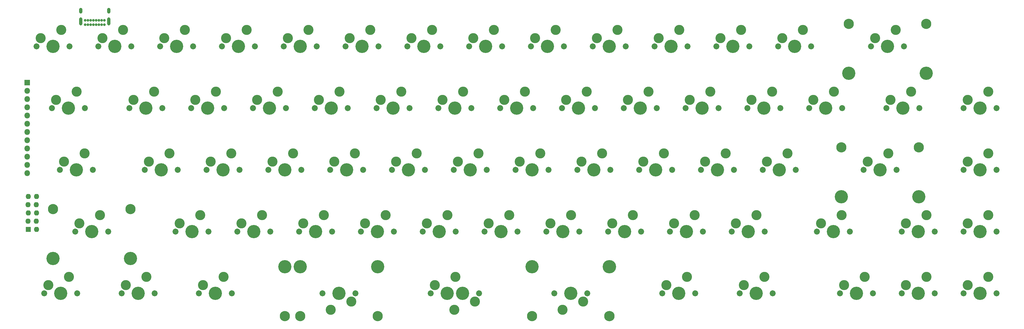
<source format=gbr>
%TF.GenerationSoftware,KiCad,Pcbnew,(5.1.4)-1*%
%TF.CreationDate,2020-06-13T02:43:16-04:00*%
%TF.ProjectId,sixtyfive,73697874-7966-4697-9665-2e6b69636164,rev?*%
%TF.SameCoordinates,Original*%
%TF.FileFunction,Soldermask,Top*%
%TF.FilePolarity,Negative*%
%FSLAX46Y46*%
G04 Gerber Fmt 4.6, Leading zero omitted, Abs format (unit mm)*
G04 Created by KiCad (PCBNEW (5.1.4)-1) date 2020-06-13 02:43:16*
%MOMM*%
%LPD*%
G04 APERTURE LIST*
%ADD10C,4.087800*%
%ADD11C,3.148000*%
%ADD12C,1.850000*%
%ADD13C,3.100000*%
%ADD14O,1.624000X1.624000*%
%ADD15R,1.624000X1.624000*%
%ADD16O,1.000000X1.800000*%
%ADD17O,1.000000X2.500000*%
%ADD18C,0.800000*%
%ADD19R,1.800000X1.800000*%
%ADD20O,1.800000X1.800000*%
G04 APERTURE END LIST*
D10*
%TO.C,MX68*%
X448068700Y-318852550D03*
X424192700Y-318852550D03*
D11*
X448068700Y-334092550D03*
X424192700Y-334092550D03*
D12*
X431050700Y-327107550D03*
X441210700Y-327107550D03*
D13*
X439940700Y-329647550D03*
D10*
X436130700Y-327107550D03*
D13*
X433590700Y-332187550D03*
%TD*%
D10*
%TO.C,MX67*%
X376631200Y-318852550D03*
X352755200Y-318852550D03*
D11*
X376631200Y-334092550D03*
X352755200Y-334092550D03*
D12*
X359613200Y-327107550D03*
X369773200Y-327107550D03*
D13*
X368503200Y-329647550D03*
D10*
X364693200Y-327107550D03*
D13*
X362153200Y-332187550D03*
%TD*%
D10*
%TO.C,MX60*%
X348030800Y-318852550D03*
X448030600Y-318852550D03*
D11*
X348030800Y-334092550D03*
X448030600Y-334092550D03*
D12*
X403110700Y-327107550D03*
X392950700Y-327107550D03*
D13*
X394220700Y-324567550D03*
D10*
X398030700Y-327107550D03*
D13*
X400570700Y-322027550D03*
%TD*%
D14*
%TO.C,J2*%
X268986000Y-297154600D03*
X271526000Y-297154600D03*
X268859000Y-299694600D03*
X271399000Y-299694600D03*
X271526000Y-302234600D03*
X271399000Y-304774600D03*
X271526000Y-307314600D03*
D15*
X268986000Y-307314600D03*
D14*
X268859000Y-304774600D03*
X268986000Y-302234600D03*
%TD*%
D12*
%TO.C,MX54*%
X522173200Y-308057550D03*
X512013200Y-308057550D03*
D13*
X513283200Y-305517550D03*
D10*
X517093200Y-308057550D03*
D13*
X519633200Y-302977550D03*
%TD*%
D12*
%TO.C,MX8*%
X415016950Y-250907550D03*
X404856950Y-250907550D03*
D13*
X406126950Y-248367550D03*
D10*
X409936950Y-250907550D03*
D13*
X412476950Y-245827550D03*
%TD*%
D12*
%TO.C,MX15*%
X286429450Y-269957550D03*
X276269450Y-269957550D03*
D13*
X277539450Y-267417550D03*
D10*
X281349450Y-269957550D03*
D13*
X283889450Y-264877550D03*
%TD*%
D12*
%TO.C,MX69*%
X397713200Y-327107550D03*
X407873200Y-327107550D03*
D13*
X406603200Y-329647550D03*
D10*
X402793200Y-327107550D03*
D13*
X400253200Y-332187550D03*
%TD*%
D16*
%TO.C,USB1*%
X285117500Y-239835600D03*
X293767500Y-239835600D03*
D17*
X285117500Y-243215600D03*
X293767500Y-243215600D03*
D18*
X289017500Y-242845600D03*
X286467500Y-242845600D03*
X287317500Y-242845600D03*
X288167500Y-242845600D03*
X292417500Y-242845600D03*
X290717500Y-242845600D03*
X289867500Y-242845600D03*
X291567500Y-242845600D03*
X286467500Y-244195600D03*
X287317500Y-244195600D03*
X288167500Y-244195600D03*
X289017500Y-244195600D03*
X289867500Y-244195600D03*
X290717500Y-244195600D03*
X291567500Y-244195600D03*
X292417500Y-244195600D03*
%TD*%
D12*
%TO.C,MX66*%
X567416950Y-289007550D03*
X557256950Y-289007550D03*
D13*
X558526950Y-286467550D03*
D10*
X562336950Y-289007550D03*
D13*
X564876950Y-283927550D03*
%TD*%
D12*
%TO.C,MX65*%
X567416950Y-327107550D03*
X557256950Y-327107550D03*
D13*
X558526950Y-324567550D03*
D10*
X562336950Y-327107550D03*
D13*
X564876950Y-322027550D03*
%TD*%
D12*
%TO.C,MX64*%
X548366950Y-327107550D03*
X538206950Y-327107550D03*
D13*
X539476950Y-324567550D03*
D10*
X543286950Y-327107550D03*
D13*
X545826950Y-322027550D03*
%TD*%
D12*
%TO.C,MX63*%
X529316950Y-327107550D03*
X519156950Y-327107550D03*
D13*
X520426950Y-324567550D03*
D10*
X524236950Y-327107550D03*
D13*
X526776950Y-322027550D03*
%TD*%
D12*
%TO.C,MX62*%
X498360700Y-327107550D03*
X488200700Y-327107550D03*
D13*
X489470700Y-324567550D03*
D10*
X493280700Y-327107550D03*
D13*
X495820700Y-322027550D03*
%TD*%
D12*
%TO.C,MX61*%
X474548200Y-327107550D03*
X464388200Y-327107550D03*
D13*
X465658200Y-324567550D03*
D10*
X469468200Y-327107550D03*
D13*
X472008200Y-322027550D03*
%TD*%
D12*
%TO.C,MX59*%
X331673200Y-327107550D03*
X321513200Y-327107550D03*
D13*
X322783200Y-324567550D03*
D10*
X326593200Y-327107550D03*
D13*
X329133200Y-322027550D03*
%TD*%
D12*
%TO.C,MX58*%
X307860700Y-327107550D03*
X297700700Y-327107550D03*
D13*
X298970700Y-324567550D03*
D10*
X302780700Y-327107550D03*
D13*
X305320700Y-322027550D03*
%TD*%
D12*
%TO.C,MX57*%
X284048200Y-327107550D03*
X273888200Y-327107550D03*
D13*
X275158200Y-324567550D03*
D10*
X278968200Y-327107550D03*
D13*
X281508200Y-322027550D03*
%TD*%
D12*
%TO.C,MX56*%
X567416950Y-308057550D03*
X557256950Y-308057550D03*
D13*
X558526950Y-305517550D03*
D10*
X562336950Y-308057550D03*
D13*
X564876950Y-302977550D03*
%TD*%
D12*
%TO.C,MX55*%
X548366950Y-308057550D03*
X538206950Y-308057550D03*
D13*
X539476950Y-305517550D03*
D10*
X543286950Y-308057550D03*
D13*
X545826950Y-302977550D03*
%TD*%
D12*
%TO.C,MX53*%
X495979450Y-308057550D03*
X485819450Y-308057550D03*
D13*
X487089450Y-305517550D03*
D10*
X490899450Y-308057550D03*
D13*
X493439450Y-302977550D03*
%TD*%
D12*
%TO.C,MX52*%
X476929450Y-308057550D03*
X466769450Y-308057550D03*
D13*
X468039450Y-305517550D03*
D10*
X471849450Y-308057550D03*
D13*
X474389450Y-302977550D03*
%TD*%
D12*
%TO.C,MX51*%
X457879450Y-308057550D03*
X447719450Y-308057550D03*
D13*
X448989450Y-305517550D03*
D10*
X452799450Y-308057550D03*
D13*
X455339450Y-302977550D03*
%TD*%
D12*
%TO.C,MX50*%
X438829450Y-308057550D03*
X428669450Y-308057550D03*
D13*
X429939450Y-305517550D03*
D10*
X433749450Y-308057550D03*
D13*
X436289450Y-302977550D03*
%TD*%
D12*
%TO.C,MX49*%
X419779450Y-308057550D03*
X409619450Y-308057550D03*
D13*
X410889450Y-305517550D03*
D10*
X414699450Y-308057550D03*
D13*
X417239450Y-302977550D03*
%TD*%
D12*
%TO.C,MX48*%
X400729450Y-308057550D03*
X390569450Y-308057550D03*
D13*
X391839450Y-305517550D03*
D10*
X395649450Y-308057550D03*
D13*
X398189450Y-302977550D03*
%TD*%
D12*
%TO.C,MX47*%
X381679450Y-308057550D03*
X371519450Y-308057550D03*
D13*
X372789450Y-305517550D03*
D10*
X376599450Y-308057550D03*
D13*
X379139450Y-302977550D03*
%TD*%
D12*
%TO.C,MX46*%
X362629450Y-308057550D03*
X352469450Y-308057550D03*
D13*
X353739450Y-305517550D03*
D10*
X357549450Y-308057550D03*
D13*
X360089450Y-302977550D03*
%TD*%
D12*
%TO.C,MX45*%
X343579450Y-308057550D03*
X333419450Y-308057550D03*
D13*
X334689450Y-305517550D03*
D10*
X338499450Y-308057550D03*
D13*
X341039450Y-302977550D03*
%TD*%
D12*
%TO.C,MX44*%
X324529450Y-308057550D03*
X314369450Y-308057550D03*
D13*
X315639450Y-305517550D03*
D10*
X319449450Y-308057550D03*
D13*
X321989450Y-302977550D03*
%TD*%
D10*
%TO.C,MX43*%
X276555200Y-316312550D03*
X300431200Y-316312550D03*
D11*
X276555200Y-301072550D03*
X300431200Y-301072550D03*
D12*
X293573200Y-308057550D03*
X283413200Y-308057550D03*
D13*
X284683200Y-305517550D03*
D10*
X288493200Y-308057550D03*
D13*
X291033200Y-302977550D03*
%TD*%
D12*
%TO.C,MX42*%
X567416950Y-269957550D03*
X557256950Y-269957550D03*
D13*
X558526950Y-267417550D03*
D10*
X562336950Y-269957550D03*
D13*
X564876950Y-264877550D03*
%TD*%
D10*
%TO.C,MX41*%
X519526450Y-297262550D03*
X543402450Y-297262550D03*
D11*
X519526450Y-282022550D03*
X543402450Y-282022550D03*
D12*
X536544450Y-289007550D03*
X526384450Y-289007550D03*
D13*
X527654450Y-286467550D03*
D10*
X531464450Y-289007550D03*
D13*
X534004450Y-283927550D03*
%TD*%
D12*
%TO.C,MX40*%
X505504450Y-289007550D03*
X495344450Y-289007550D03*
D13*
X496614450Y-286467550D03*
D10*
X500424450Y-289007550D03*
D13*
X502964450Y-283927550D03*
%TD*%
D12*
%TO.C,MX39*%
X486454450Y-289007550D03*
X476294450Y-289007550D03*
D13*
X477564450Y-286467550D03*
D10*
X481374450Y-289007550D03*
D13*
X483914450Y-283927550D03*
%TD*%
D12*
%TO.C,MX38*%
X467404450Y-289007550D03*
X457244450Y-289007550D03*
D13*
X458514450Y-286467550D03*
D10*
X462324450Y-289007550D03*
D13*
X464864450Y-283927550D03*
%TD*%
D12*
%TO.C,MX37*%
X448354450Y-289007550D03*
X438194450Y-289007550D03*
D13*
X439464450Y-286467550D03*
D10*
X443274450Y-289007550D03*
D13*
X445814450Y-283927550D03*
%TD*%
D12*
%TO.C,MX36*%
X429304450Y-289007550D03*
X419144450Y-289007550D03*
D13*
X420414450Y-286467550D03*
D10*
X424224450Y-289007550D03*
D13*
X426764450Y-283927550D03*
%TD*%
D12*
%TO.C,MX35*%
X410254450Y-289007550D03*
X400094450Y-289007550D03*
D13*
X401364450Y-286467550D03*
D10*
X405174450Y-289007550D03*
D13*
X407714450Y-283927550D03*
%TD*%
D12*
%TO.C,MX34*%
X391204450Y-289007550D03*
X381044450Y-289007550D03*
D13*
X382314450Y-286467550D03*
D10*
X386124450Y-289007550D03*
D13*
X388664450Y-283927550D03*
%TD*%
D12*
%TO.C,MX33*%
X372154450Y-289007550D03*
X361994450Y-289007550D03*
D13*
X363264450Y-286467550D03*
D10*
X367074450Y-289007550D03*
D13*
X369614450Y-283927550D03*
%TD*%
D12*
%TO.C,MX32*%
X353104450Y-289007550D03*
X342944450Y-289007550D03*
D13*
X344214450Y-286467550D03*
D10*
X348024450Y-289007550D03*
D13*
X350564450Y-283927550D03*
%TD*%
D12*
%TO.C,MX31*%
X334054450Y-289007550D03*
X323894450Y-289007550D03*
D13*
X325164450Y-286467550D03*
D10*
X328974450Y-289007550D03*
D13*
X331514450Y-283927550D03*
%TD*%
D12*
%TO.C,MX30*%
X315004450Y-289007550D03*
X304844450Y-289007550D03*
D13*
X306114450Y-286467550D03*
D10*
X309924450Y-289007550D03*
D13*
X312464450Y-283927550D03*
%TD*%
D12*
%TO.C,MX29*%
X288810700Y-289007550D03*
X278650700Y-289007550D03*
D13*
X279920700Y-286467550D03*
D10*
X283730700Y-289007550D03*
D13*
X286270700Y-283927550D03*
%TD*%
D12*
%TO.C,MX28*%
X543604450Y-269957550D03*
X533444450Y-269957550D03*
D13*
X534714450Y-267417550D03*
D10*
X538524450Y-269957550D03*
D13*
X541064450Y-264877550D03*
%TD*%
D12*
%TO.C,MX27*%
X519791950Y-269957550D03*
X509631950Y-269957550D03*
D13*
X510901950Y-267417550D03*
D10*
X514711950Y-269957550D03*
D13*
X517251950Y-264877550D03*
%TD*%
D12*
%TO.C,MX26*%
X500741950Y-269957550D03*
X490581950Y-269957550D03*
D13*
X491851950Y-267417550D03*
D10*
X495661950Y-269957550D03*
D13*
X498201950Y-264877550D03*
%TD*%
D12*
%TO.C,MX25*%
X481691950Y-269957550D03*
X471531950Y-269957550D03*
D13*
X472801950Y-267417550D03*
D10*
X476611950Y-269957550D03*
D13*
X479151950Y-264877550D03*
%TD*%
D12*
%TO.C,MX24*%
X462641950Y-269957550D03*
X452481950Y-269957550D03*
D13*
X453751950Y-267417550D03*
D10*
X457561950Y-269957550D03*
D13*
X460101950Y-264877550D03*
%TD*%
D12*
%TO.C,MX23*%
X443591950Y-269957550D03*
X433431950Y-269957550D03*
D13*
X434701950Y-267417550D03*
D10*
X438511950Y-269957550D03*
D13*
X441051950Y-264877550D03*
%TD*%
D12*
%TO.C,MX22*%
X424541950Y-269957550D03*
X414381950Y-269957550D03*
D13*
X415651950Y-267417550D03*
D10*
X419461950Y-269957550D03*
D13*
X422001950Y-264877550D03*
%TD*%
D12*
%TO.C,MX21*%
X405491950Y-269957550D03*
X395331950Y-269957550D03*
D13*
X396601950Y-267417550D03*
D10*
X400411950Y-269957550D03*
D13*
X402951950Y-264877550D03*
%TD*%
D12*
%TO.C,MX20*%
X386441950Y-269957550D03*
X376281950Y-269957550D03*
D13*
X377551950Y-267417550D03*
D10*
X381361950Y-269957550D03*
D13*
X383901950Y-264877550D03*
%TD*%
D12*
%TO.C,MX19*%
X367391950Y-269957550D03*
X357231950Y-269957550D03*
D13*
X358501950Y-267417550D03*
D10*
X362311950Y-269957550D03*
D13*
X364851950Y-264877550D03*
%TD*%
D12*
%TO.C,MX18*%
X348341950Y-269957550D03*
X338181950Y-269957550D03*
D13*
X339451950Y-267417550D03*
D10*
X343261950Y-269957550D03*
D13*
X345801950Y-264877550D03*
%TD*%
D12*
%TO.C,MX17*%
X329291950Y-269957550D03*
X319131950Y-269957550D03*
D13*
X320401950Y-267417550D03*
D10*
X324211950Y-269957550D03*
D13*
X326751950Y-264877550D03*
%TD*%
D12*
%TO.C,MX16*%
X310241950Y-269957550D03*
X300081950Y-269957550D03*
D13*
X301351950Y-267417550D03*
D10*
X305161950Y-269957550D03*
D13*
X307701950Y-264877550D03*
%TD*%
D10*
%TO.C,MX14*%
X521823950Y-259162550D03*
X545699950Y-259162550D03*
D11*
X521823950Y-243922550D03*
X545699950Y-243922550D03*
D12*
X538841950Y-250907550D03*
X528681950Y-250907550D03*
D13*
X529951950Y-248367550D03*
D10*
X533761950Y-250907550D03*
D13*
X536301950Y-245827550D03*
%TD*%
D12*
%TO.C,MX13*%
X510266950Y-250907550D03*
X500106950Y-250907550D03*
D13*
X501376950Y-248367550D03*
D10*
X505186950Y-250907550D03*
D13*
X507726950Y-245827550D03*
%TD*%
D12*
%TO.C,MX12*%
X491216950Y-250907550D03*
X481056950Y-250907550D03*
D13*
X482326950Y-248367550D03*
D10*
X486136950Y-250907550D03*
D13*
X488676950Y-245827550D03*
%TD*%
D12*
%TO.C,MX11*%
X472166950Y-250907550D03*
X462006950Y-250907550D03*
D13*
X463276950Y-248367550D03*
D10*
X467086950Y-250907550D03*
D13*
X469626950Y-245827550D03*
%TD*%
D12*
%TO.C,MX10*%
X453116950Y-250907550D03*
X442956950Y-250907550D03*
D13*
X444226950Y-248367550D03*
D10*
X448036950Y-250907550D03*
D13*
X450576950Y-245827550D03*
%TD*%
D12*
%TO.C,MX9*%
X434066950Y-250907550D03*
X423906950Y-250907550D03*
D13*
X425176950Y-248367550D03*
D10*
X428986950Y-250907550D03*
D13*
X431526950Y-245827550D03*
%TD*%
D12*
%TO.C,MX7*%
X395966950Y-250907550D03*
X385806950Y-250907550D03*
D13*
X387076950Y-248367550D03*
D10*
X390886950Y-250907550D03*
D13*
X393426950Y-245827550D03*
%TD*%
D12*
%TO.C,MX6*%
X376916950Y-250907550D03*
X366756950Y-250907550D03*
D13*
X368026950Y-248367550D03*
D10*
X371836950Y-250907550D03*
D13*
X374376950Y-245827550D03*
%TD*%
D12*
%TO.C,MX5*%
X357866950Y-250907550D03*
X347706950Y-250907550D03*
D13*
X348976950Y-248367550D03*
D10*
X352786950Y-250907550D03*
D13*
X355326950Y-245827550D03*
%TD*%
D12*
%TO.C,MX4*%
X338816950Y-250907550D03*
X328656950Y-250907550D03*
D13*
X329926950Y-248367550D03*
D10*
X333736950Y-250907550D03*
D13*
X336276950Y-245827550D03*
%TD*%
D12*
%TO.C,MX3*%
X319766950Y-250907550D03*
X309606950Y-250907550D03*
D13*
X310876950Y-248367550D03*
D10*
X314686950Y-250907550D03*
D13*
X317226950Y-245827550D03*
%TD*%
D12*
%TO.C,MX2*%
X300716950Y-250907550D03*
X290556950Y-250907550D03*
D13*
X291826950Y-248367550D03*
D10*
X295636950Y-250907550D03*
D13*
X298176950Y-245827550D03*
%TD*%
D12*
%TO.C,MX1*%
X281666950Y-250907550D03*
X271506950Y-250907550D03*
D13*
X272776950Y-248367550D03*
D10*
X276586950Y-250907550D03*
D13*
X279126950Y-245827550D03*
%TD*%
D19*
%TO.C,J1*%
X268649450Y-262020050D03*
D20*
X268649450Y-264560050D03*
X268649450Y-267100050D03*
X268649450Y-269640050D03*
X268649450Y-272180050D03*
X268649450Y-274720050D03*
X268649450Y-277260050D03*
X268649450Y-279800050D03*
X268649450Y-282340050D03*
X268649450Y-284880050D03*
X268649450Y-287420050D03*
X268649450Y-289960050D03*
%TD*%
M02*

</source>
